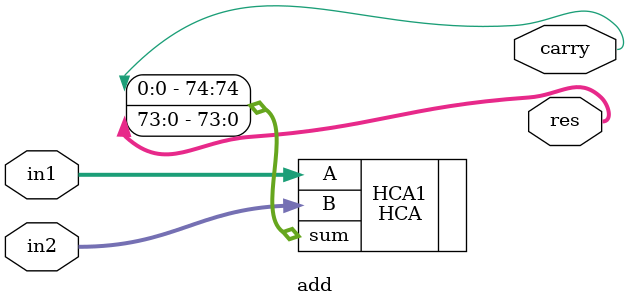
<source format=sv>
module add #(parameter width = 74) (
    input logic [width - 1:0] in1, in2,             // Inputs
    output logic [width - 1:0] res,                 // Result
    output logic carry                              // Carry
);
    HCA #(.width(width)) HCA1(.A(in1), .B(in2), .sum({carry, res}));

    //assign {carry, res} = in1 + in2;                // Behavioral prefered because of latency and parametrization
endmodule

</source>
